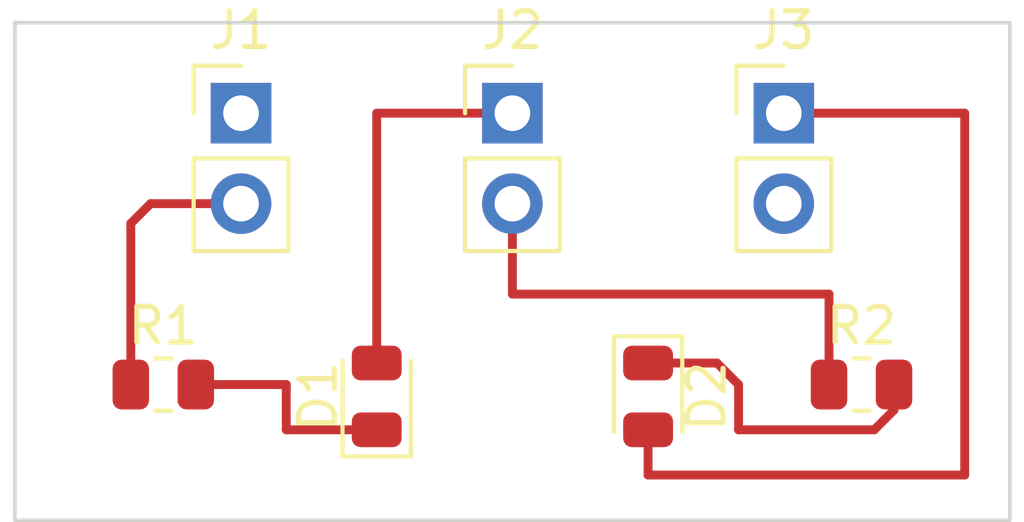
<source format=kicad_pcb>
(kicad_pcb (version 20171130) (host pcbnew "(5.1.10)-1")

  (general
    (thickness 1.6)
    (drawings 5)
    (tracks 21)
    (zones 0)
    (modules 7)
    (nets 1)
  )

  (page A4)
  (layers
    (0 F.Cu signal)
    (31 B.Cu signal)
    (32 B.Adhes user)
    (33 F.Adhes user)
    (34 B.Paste user)
    (35 F.Paste user)
    (36 B.SilkS user)
    (37 F.SilkS user)
    (38 B.Mask user)
    (39 F.Mask user)
    (40 Dwgs.User user)
    (41 Cmts.User user)
    (42 Eco1.User user)
    (43 Eco2.User user)
    (44 Edge.Cuts user)
    (45 Margin user)
    (46 B.CrtYd user)
    (47 F.CrtYd user)
    (48 B.Fab user)
    (49 F.Fab user)
  )

  (setup
    (last_trace_width 0.25)
    (trace_clearance 0.2)
    (zone_clearance 0.508)
    (zone_45_only no)
    (trace_min 0.2)
    (via_size 0.8)
    (via_drill 0.4)
    (via_min_size 0.4)
    (via_min_drill 0.3)
    (uvia_size 0.3)
    (uvia_drill 0.1)
    (uvias_allowed no)
    (uvia_min_size 0.2)
    (uvia_min_drill 0.1)
    (edge_width 0.1)
    (segment_width 0.2)
    (pcb_text_width 0.3)
    (pcb_text_size 1.5 1.5)
    (mod_edge_width 0.15)
    (mod_text_size 1 1)
    (mod_text_width 0.15)
    (pad_size 1.524 1.524)
    (pad_drill 0.762)
    (pad_to_mask_clearance 0)
    (aux_axis_origin 0 0)
    (visible_elements 7FFFFFFF)
    (pcbplotparams
      (layerselection 0x010fc_ffffffff)
      (usegerberextensions false)
      (usegerberattributes true)
      (usegerberadvancedattributes true)
      (creategerberjobfile true)
      (excludeedgelayer true)
      (linewidth 0.100000)
      (plotframeref false)
      (viasonmask false)
      (mode 1)
      (useauxorigin false)
      (hpglpennumber 1)
      (hpglpenspeed 20)
      (hpglpendiameter 15.000000)
      (psnegative false)
      (psa4output false)
      (plotreference true)
      (plotvalue true)
      (plotinvisibletext false)
      (padsonsilk false)
      (subtractmaskfromsilk false)
      (outputformat 1)
      (mirror false)
      (drillshape 1)
      (scaleselection 1)
      (outputdirectory ""))
  )

  (net 0 "")

  (net_class Default "This is the default net class."
    (clearance 0.2)
    (trace_width 0.25)
    (via_dia 0.8)
    (via_drill 0.4)
    (uvia_dia 0.3)
    (uvia_drill 0.1)
  )

  (module Connector_PinHeader_2.54mm:PinHeader_1x02_P2.54mm_Vertical (layer F.Cu) (tedit 59FED5CC) (tstamp 6154D60F)
    (at 139.7 105.41)
    (descr "Through hole straight pin header, 1x02, 2.54mm pitch, single row")
    (tags "Through hole pin header THT 1x02 2.54mm single row")
    (path /6153F073/615BF4D9)
    (fp_text reference J1 (at 0 -2.33) (layer F.SilkS)
      (effects (font (size 1 1) (thickness 0.15)))
    )
    (fp_text value Conn_01x02_Male (at 0 4.87) (layer F.Fab)
      (effects (font (size 1 1) (thickness 0.15)))
    )
    (fp_line (start -0.635 -1.27) (end 1.27 -1.27) (layer F.Fab) (width 0.1))
    (fp_line (start 1.27 -1.27) (end 1.27 3.81) (layer F.Fab) (width 0.1))
    (fp_line (start 1.27 3.81) (end -1.27 3.81) (layer F.Fab) (width 0.1))
    (fp_line (start -1.27 3.81) (end -1.27 -0.635) (layer F.Fab) (width 0.1))
    (fp_line (start -1.27 -0.635) (end -0.635 -1.27) (layer F.Fab) (width 0.1))
    (fp_line (start -1.33 3.87) (end 1.33 3.87) (layer F.SilkS) (width 0.12))
    (fp_line (start -1.33 1.27) (end -1.33 3.87) (layer F.SilkS) (width 0.12))
    (fp_line (start 1.33 1.27) (end 1.33 3.87) (layer F.SilkS) (width 0.12))
    (fp_line (start -1.33 1.27) (end 1.33 1.27) (layer F.SilkS) (width 0.12))
    (fp_line (start -1.33 0) (end -1.33 -1.33) (layer F.SilkS) (width 0.12))
    (fp_line (start -1.33 -1.33) (end 0 -1.33) (layer F.SilkS) (width 0.12))
    (fp_line (start -1.8 -1.8) (end -1.8 4.35) (layer F.CrtYd) (width 0.05))
    (fp_line (start -1.8 4.35) (end 1.8 4.35) (layer F.CrtYd) (width 0.05))
    (fp_line (start 1.8 4.35) (end 1.8 -1.8) (layer F.CrtYd) (width 0.05))
    (fp_line (start 1.8 -1.8) (end -1.8 -1.8) (layer F.CrtYd) (width 0.05))
    (fp_text user %R (at 0 1.27 90) (layer F.Fab)
      (effects (font (size 1 1) (thickness 0.15)))
    )
    (pad 2 thru_hole oval (at 0 2.54) (size 1.7 1.7) (drill 1) (layers *.Cu *.Mask))
    (pad 1 thru_hole rect (at 0 0) (size 1.7 1.7) (drill 1) (layers *.Cu *.Mask))
    (model ${KISYS3DMOD}/Connector_PinHeader_2.54mm.3dshapes/PinHeader_1x02_P2.54mm_Vertical.wrl
      (at (xyz 0 0 0))
      (scale (xyz 1 1 1))
      (rotate (xyz 0 0 0))
    )
  )

  (module Connector_PinHeader_2.54mm:PinHeader_1x02_P2.54mm_Vertical (layer F.Cu) (tedit 59FED5CC) (tstamp 6154D5FA)
    (at 154.94 105.41)
    (descr "Through hole straight pin header, 1x02, 2.54mm pitch, single row")
    (tags "Through hole pin header THT 1x02 2.54mm single row")
    (path /6153F073/615B4D77)
    (fp_text reference J3 (at 0 -2.33) (layer F.SilkS)
      (effects (font (size 1 1) (thickness 0.15)))
    )
    (fp_text value Conn_01x02_Male (at 0 4.87) (layer F.Fab)
      (effects (font (size 1 1) (thickness 0.15)))
    )
    (fp_line (start -0.635 -1.27) (end 1.27 -1.27) (layer F.Fab) (width 0.1))
    (fp_line (start 1.27 -1.27) (end 1.27 3.81) (layer F.Fab) (width 0.1))
    (fp_line (start 1.27 3.81) (end -1.27 3.81) (layer F.Fab) (width 0.1))
    (fp_line (start -1.27 3.81) (end -1.27 -0.635) (layer F.Fab) (width 0.1))
    (fp_line (start -1.27 -0.635) (end -0.635 -1.27) (layer F.Fab) (width 0.1))
    (fp_line (start -1.33 3.87) (end 1.33 3.87) (layer F.SilkS) (width 0.12))
    (fp_line (start -1.33 1.27) (end -1.33 3.87) (layer F.SilkS) (width 0.12))
    (fp_line (start 1.33 1.27) (end 1.33 3.87) (layer F.SilkS) (width 0.12))
    (fp_line (start -1.33 1.27) (end 1.33 1.27) (layer F.SilkS) (width 0.12))
    (fp_line (start -1.33 0) (end -1.33 -1.33) (layer F.SilkS) (width 0.12))
    (fp_line (start -1.33 -1.33) (end 0 -1.33) (layer F.SilkS) (width 0.12))
    (fp_line (start -1.8 -1.8) (end -1.8 4.35) (layer F.CrtYd) (width 0.05))
    (fp_line (start -1.8 4.35) (end 1.8 4.35) (layer F.CrtYd) (width 0.05))
    (fp_line (start 1.8 4.35) (end 1.8 -1.8) (layer F.CrtYd) (width 0.05))
    (fp_line (start 1.8 -1.8) (end -1.8 -1.8) (layer F.CrtYd) (width 0.05))
    (fp_text user %R (at 0 1.27 90) (layer F.Fab)
      (effects (font (size 1 1) (thickness 0.15)))
    )
    (pad 2 thru_hole oval (at 0 2.54) (size 1.7 1.7) (drill 1) (layers *.Cu *.Mask))
    (pad 1 thru_hole rect (at 0 0) (size 1.7 1.7) (drill 1) (layers *.Cu *.Mask))
    (model ${KISYS3DMOD}/Connector_PinHeader_2.54mm.3dshapes/PinHeader_1x02_P2.54mm_Vertical.wrl
      (at (xyz 0 0 0))
      (scale (xyz 1 1 1))
      (rotate (xyz 0 0 0))
    )
  )

  (module LED_SMD:LED_0805_2012Metric (layer F.Cu) (tedit 5F68FEF1) (tstamp 6154E565)
    (at 151.13 113.3625 270)
    (descr "LED SMD 0805 (2012 Metric), square (rectangular) end terminal, IPC_7351 nominal, (Body size source: https://docs.google.com/spreadsheets/d/1BsfQQcO9C6DZCsRaXUlFlo91Tg2WpOkGARC1WS5S8t0/edit?usp=sharing), generated with kicad-footprint-generator")
    (tags LED)
    (path /6153F073/6154E241)
    (attr smd)
    (fp_text reference D2 (at 0 -1.65 90) (layer F.SilkS)
      (effects (font (size 1 1) (thickness 0.15)))
    )
    (fp_text value LED (at 0 1.65 90) (layer F.Fab)
      (effects (font (size 1 1) (thickness 0.15)))
    )
    (fp_line (start 1.68 0.95) (end -1.68 0.95) (layer F.CrtYd) (width 0.05))
    (fp_line (start 1.68 -0.95) (end 1.68 0.95) (layer F.CrtYd) (width 0.05))
    (fp_line (start -1.68 -0.95) (end 1.68 -0.95) (layer F.CrtYd) (width 0.05))
    (fp_line (start -1.68 0.95) (end -1.68 -0.95) (layer F.CrtYd) (width 0.05))
    (fp_line (start -1.685 0.96) (end 1 0.96) (layer F.SilkS) (width 0.12))
    (fp_line (start -1.685 -0.96) (end -1.685 0.96) (layer F.SilkS) (width 0.12))
    (fp_line (start 1 -0.96) (end -1.685 -0.96) (layer F.SilkS) (width 0.12))
    (fp_line (start 1 0.6) (end 1 -0.6) (layer F.Fab) (width 0.1))
    (fp_line (start -1 0.6) (end 1 0.6) (layer F.Fab) (width 0.1))
    (fp_line (start -1 -0.3) (end -1 0.6) (layer F.Fab) (width 0.1))
    (fp_line (start -0.7 -0.6) (end -1 -0.3) (layer F.Fab) (width 0.1))
    (fp_line (start 1 -0.6) (end -0.7 -0.6) (layer F.Fab) (width 0.1))
    (fp_text user %R (at 0 0 90) (layer F.Fab)
      (effects (font (size 0.5 0.5) (thickness 0.08)))
    )
    (pad 2 smd roundrect (at 0.9375 0 270) (size 0.975 1.4) (layers F.Cu F.Paste F.Mask) (roundrect_rratio 0.25))
    (pad 1 smd roundrect (at -0.9375 0 270) (size 0.975 1.4) (layers F.Cu F.Paste F.Mask) (roundrect_rratio 0.25))
    (model ${KISYS3DMOD}/LED_SMD.3dshapes/LED_0805_2012Metric.wrl
      (at (xyz 0 0 0))
      (scale (xyz 1 1 1))
      (rotate (xyz 0 0 0))
    )
  )

  (module Resistor_SMD:R_0805_2012Metric (layer F.Cu) (tedit 5F68FEEE) (tstamp 6154E174)
    (at 137.5175 113.03)
    (descr "Resistor SMD 0805 (2012 Metric), square (rectangular) end terminal, IPC_7351 nominal, (Body size source: IPC-SM-782 page 72, https://www.pcb-3d.com/wordpress/wp-content/uploads/ipc-sm-782a_amendment_1_and_2.pdf), generated with kicad-footprint-generator")
    (tags resistor)
    (path /6153F073/6155E4A3)
    (attr smd)
    (fp_text reference R1 (at 0 -1.65) (layer F.SilkS)
      (effects (font (size 1 1) (thickness 0.15)))
    )
    (fp_text value R (at 0 1.65) (layer F.Fab)
      (effects (font (size 1 1) (thickness 0.15)))
    )
    (fp_text user %R (at 0 0 -90) (layer F.Fab)
      (effects (font (size 0.5 0.5) (thickness 0.08)))
    )
    (fp_line (start -1 0.625) (end -1 -0.625) (layer F.Fab) (width 0.1))
    (fp_line (start -1 -0.625) (end 1 -0.625) (layer F.Fab) (width 0.1))
    (fp_line (start 1 -0.625) (end 1 0.625) (layer F.Fab) (width 0.1))
    (fp_line (start 1 0.625) (end -1 0.625) (layer F.Fab) (width 0.1))
    (fp_line (start -0.227064 -0.735) (end 0.227064 -0.735) (layer F.SilkS) (width 0.12))
    (fp_line (start -0.227064 0.735) (end 0.227064 0.735) (layer F.SilkS) (width 0.12))
    (fp_line (start -1.68 0.95) (end -1.68 -0.95) (layer F.CrtYd) (width 0.05))
    (fp_line (start -1.68 -0.95) (end 1.68 -0.95) (layer F.CrtYd) (width 0.05))
    (fp_line (start 1.68 -0.95) (end 1.68 0.95) (layer F.CrtYd) (width 0.05))
    (fp_line (start 1.68 0.95) (end -1.68 0.95) (layer F.CrtYd) (width 0.05))
    (pad 1 smd roundrect (at -0.9125 0) (size 1.025 1.4) (layers F.Cu F.Paste F.Mask) (roundrect_rratio 0.243902))
    (pad 2 smd roundrect (at 0.9125 0) (size 1.025 1.4) (layers F.Cu F.Paste F.Mask) (roundrect_rratio 0.243902))
    (model ${KISYS3DMOD}/Resistor_SMD.3dshapes/R_0805_2012Metric.wrl
      (at (xyz 0 0 0))
      (scale (xyz 1 1 1))
      (rotate (xyz 0 0 0))
    )
  )

  (module Connector_PinHeader_2.54mm:PinHeader_1x02_P2.54mm_Vertical (layer F.Cu) (tedit 59FED5CC) (tstamp 6154D5C3)
    (at 147.32 105.41)
    (descr "Through hole straight pin header, 1x02, 2.54mm pitch, single row")
    (tags "Through hole pin header THT 1x02 2.54mm single row")
    (path /6153F073/615BBA8C)
    (fp_text reference J2 (at 0 -2.33) (layer F.SilkS)
      (effects (font (size 1 1) (thickness 0.15)))
    )
    (fp_text value Conn_01x02_Male (at 0 4.87) (layer F.Fab)
      (effects (font (size 1 1) (thickness 0.15)))
    )
    (fp_line (start 1.8 -1.8) (end -1.8 -1.8) (layer F.CrtYd) (width 0.05))
    (fp_line (start 1.8 4.35) (end 1.8 -1.8) (layer F.CrtYd) (width 0.05))
    (fp_line (start -1.8 4.35) (end 1.8 4.35) (layer F.CrtYd) (width 0.05))
    (fp_line (start -1.8 -1.8) (end -1.8 4.35) (layer F.CrtYd) (width 0.05))
    (fp_line (start -1.33 -1.33) (end 0 -1.33) (layer F.SilkS) (width 0.12))
    (fp_line (start -1.33 0) (end -1.33 -1.33) (layer F.SilkS) (width 0.12))
    (fp_line (start -1.33 1.27) (end 1.33 1.27) (layer F.SilkS) (width 0.12))
    (fp_line (start 1.33 1.27) (end 1.33 3.87) (layer F.SilkS) (width 0.12))
    (fp_line (start -1.33 1.27) (end -1.33 3.87) (layer F.SilkS) (width 0.12))
    (fp_line (start -1.33 3.87) (end 1.33 3.87) (layer F.SilkS) (width 0.12))
    (fp_line (start -1.27 -0.635) (end -0.635 -1.27) (layer F.Fab) (width 0.1))
    (fp_line (start -1.27 3.81) (end -1.27 -0.635) (layer F.Fab) (width 0.1))
    (fp_line (start 1.27 3.81) (end -1.27 3.81) (layer F.Fab) (width 0.1))
    (fp_line (start 1.27 -1.27) (end 1.27 3.81) (layer F.Fab) (width 0.1))
    (fp_line (start -0.635 -1.27) (end 1.27 -1.27) (layer F.Fab) (width 0.1))
    (fp_text user %R (at 0 1.27 90) (layer F.Fab)
      (effects (font (size 1 1) (thickness 0.15)))
    )
    (pad 1 thru_hole rect (at 0 0) (size 1.7 1.7) (drill 1) (layers *.Cu *.Mask))
    (pad 2 thru_hole oval (at 0 2.54) (size 1.7 1.7) (drill 1) (layers *.Cu *.Mask))
    (model ${KISYS3DMOD}/Connector_PinHeader_2.54mm.3dshapes/PinHeader_1x02_P2.54mm_Vertical.wrl
      (at (xyz 0 0 0))
      (scale (xyz 1 1 1))
      (rotate (xyz 0 0 0))
    )
  )

  (module Resistor_SMD:R_0805_2012Metric (layer F.Cu) (tedit 5F68FEEE) (tstamp 6154E4D3)
    (at 157.1225 113.03)
    (descr "Resistor SMD 0805 (2012 Metric), square (rectangular) end terminal, IPC_7351 nominal, (Body size source: IPC-SM-782 page 72, https://www.pcb-3d.com/wordpress/wp-content/uploads/ipc-sm-782a_amendment_1_and_2.pdf), generated with kicad-footprint-generator")
    (tags resistor)
    (path /6153F073/6154AF5A)
    (attr smd)
    (fp_text reference R2 (at 0 -1.65) (layer F.SilkS)
      (effects (font (size 1 1) (thickness 0.15)))
    )
    (fp_text value R (at 0 1.65) (layer F.Fab)
      (effects (font (size 1 1) (thickness 0.15)))
    )
    (fp_line (start 1.68 0.95) (end -1.68 0.95) (layer F.CrtYd) (width 0.05))
    (fp_line (start 1.68 -0.95) (end 1.68 0.95) (layer F.CrtYd) (width 0.05))
    (fp_line (start -1.68 -0.95) (end 1.68 -0.95) (layer F.CrtYd) (width 0.05))
    (fp_line (start -1.68 0.95) (end -1.68 -0.95) (layer F.CrtYd) (width 0.05))
    (fp_line (start -0.227064 0.735) (end 0.227064 0.735) (layer F.SilkS) (width 0.12))
    (fp_line (start -0.227064 -0.735) (end 0.227064 -0.735) (layer F.SilkS) (width 0.12))
    (fp_line (start 1 0.625) (end -1 0.625) (layer F.Fab) (width 0.1))
    (fp_line (start 1 -0.625) (end 1 0.625) (layer F.Fab) (width 0.1))
    (fp_line (start -1 -0.625) (end 1 -0.625) (layer F.Fab) (width 0.1))
    (fp_line (start -1 0.625) (end -1 -0.625) (layer F.Fab) (width 0.1))
    (fp_text user %R (at 0 0 270) (layer F.Fab)
      (effects (font (size 0.5 0.5) (thickness 0.08)))
    )
    (pad 2 smd roundrect (at 0.9125 0) (size 1.025 1.4) (layers F.Cu F.Paste F.Mask) (roundrect_rratio 0.243902))
    (pad 1 smd roundrect (at -0.9125 0) (size 1.025 1.4) (layers F.Cu F.Paste F.Mask) (roundrect_rratio 0.243902))
    (model ${KISYS3DMOD}/Resistor_SMD.3dshapes/R_0805_2012Metric.wrl
      (at (xyz 0 0 0))
      (scale (xyz 1 1 1))
      (rotate (xyz 0 0 0))
    )
  )

  (module LED_SMD:LED_0805_2012Metric (layer F.Cu) (tedit 5F68FEF1) (tstamp 6154E1E5)
    (at 143.51 113.3625 90)
    (descr "LED SMD 0805 (2012 Metric), square (rectangular) end terminal, IPC_7351 nominal, (Body size source: https://docs.google.com/spreadsheets/d/1BsfQQcO9C6DZCsRaXUlFlo91Tg2WpOkGARC1WS5S8t0/edit?usp=sharing), generated with kicad-footprint-generator")
    (tags LED)
    (path /6153F073/6155E4A9)
    (attr smd)
    (fp_text reference D1 (at 0 -1.65 90) (layer F.SilkS)
      (effects (font (size 1 1) (thickness 0.15)))
    )
    (fp_text value LED (at 0 1.65 90) (layer F.Fab)
      (effects (font (size 1 1) (thickness 0.15)))
    )
    (fp_line (start 1 -0.6) (end -0.7 -0.6) (layer F.Fab) (width 0.1))
    (fp_line (start -0.7 -0.6) (end -1 -0.3) (layer F.Fab) (width 0.1))
    (fp_line (start -1 -0.3) (end -1 0.6) (layer F.Fab) (width 0.1))
    (fp_line (start -1 0.6) (end 1 0.6) (layer F.Fab) (width 0.1))
    (fp_line (start 1 0.6) (end 1 -0.6) (layer F.Fab) (width 0.1))
    (fp_line (start 1 -0.96) (end -1.685 -0.96) (layer F.SilkS) (width 0.12))
    (fp_line (start -1.685 -0.96) (end -1.685 0.96) (layer F.SilkS) (width 0.12))
    (fp_line (start -1.685 0.96) (end 1 0.96) (layer F.SilkS) (width 0.12))
    (fp_line (start -1.68 0.95) (end -1.68 -0.95) (layer F.CrtYd) (width 0.05))
    (fp_line (start -1.68 -0.95) (end 1.68 -0.95) (layer F.CrtYd) (width 0.05))
    (fp_line (start 1.68 -0.95) (end 1.68 0.95) (layer F.CrtYd) (width 0.05))
    (fp_line (start 1.68 0.95) (end -1.68 0.95) (layer F.CrtYd) (width 0.05))
    (fp_text user %R (at 0 0 90) (layer F.Fab)
      (effects (font (size 0.5 0.5) (thickness 0.08)))
    )
    (pad 1 smd roundrect (at -0.9375 0 90) (size 0.975 1.4) (layers F.Cu F.Paste F.Mask) (roundrect_rratio 0.25))
    (pad 2 smd roundrect (at 0.9375 0 90) (size 0.975 1.4) (layers F.Cu F.Paste F.Mask) (roundrect_rratio 0.25))
    (model ${KISYS3DMOD}/LED_SMD.3dshapes/LED_0805_2012Metric.wrl
      (at (xyz 0 0 0))
      (scale (xyz 1 1 1))
      (rotate (xyz 0 0 0))
    )
  )

  (gr_line (start 161.29 116.84) (end 161.29 115.57) (layer Edge.Cuts) (width 0.1) (tstamp 6154E60E))
  (gr_line (start 133.35 116.84) (end 161.29 116.84) (layer Edge.Cuts) (width 0.1))
  (gr_line (start 133.35 102.87) (end 133.35 116.84) (layer Edge.Cuts) (width 0.1))
  (gr_line (start 161.29 102.87) (end 133.35 102.87) (layer Edge.Cuts) (width 0.1))
  (gr_line (start 161.29 115.57) (end 161.29 102.87) (layer Edge.Cuts) (width 0.1))

  (segment (start 136.605 113.03) (end 136.605 108.505) (width 0.25) (layer F.Cu) (net 0))
  (segment (start 137.16 107.95) (end 139.7 107.95) (width 0.25) (layer F.Cu) (net 0))
  (segment (start 136.605 108.505) (end 137.16 107.95) (width 0.25) (layer F.Cu) (net 0))
  (segment (start 138.43 113.03) (end 140.97 113.03) (width 0.25) (layer F.Cu) (net 0))
  (segment (start 140.97 113.03) (end 140.97 114.3) (width 0.25) (layer F.Cu) (net 0))
  (segment (start 140.97 114.3) (end 143.51 114.3) (width 0.25) (layer F.Cu) (net 0))
  (segment (start 143.51 105.41) (end 147.32 105.41) (width 0.25) (layer F.Cu) (net 0))
  (segment (start 143.51 112.425) (end 143.51 105.41) (width 0.25) (layer F.Cu) (net 0))
  (segment (start 147.32 107.95) (end 147.32 110.49) (width 0.25) (layer F.Cu) (net 0))
  (segment (start 147.32 110.49) (end 156.21 110.49) (width 0.25) (layer F.Cu) (net 0))
  (segment (start 156.21 110.49) (end 156.21 113.03) (width 0.25) (layer F.Cu) (net 0))
  (segment (start 158.035 113.03) (end 158.035 113.745) (width 0.25) (layer F.Cu) (net 0))
  (segment (start 158.035 113.745) (end 157.48 114.3) (width 0.25) (layer F.Cu) (net 0))
  (segment (start 157.48 114.3) (end 153.67 114.3) (width 0.25) (layer F.Cu) (net 0))
  (segment (start 151.13 112.425) (end 153.065 112.425) (width 0.25) (layer F.Cu) (net 0))
  (segment (start 153.065 112.425) (end 153.67 113.03) (width 0.25) (layer F.Cu) (net 0))
  (segment (start 153.67 113.03) (end 153.67 114.3) (width 0.25) (layer F.Cu) (net 0))
  (segment (start 151.13 114.3) (end 151.13 115.57) (width 0.25) (layer F.Cu) (net 0))
  (segment (start 151.13 115.57) (end 160.02 115.57) (width 0.25) (layer F.Cu) (net 0))
  (segment (start 160.02 115.57) (end 160.02 105.41) (width 0.25) (layer F.Cu) (net 0))
  (segment (start 160.02 105.41) (end 154.94 105.41) (width 0.25) (layer F.Cu) (net 0))

)

</source>
